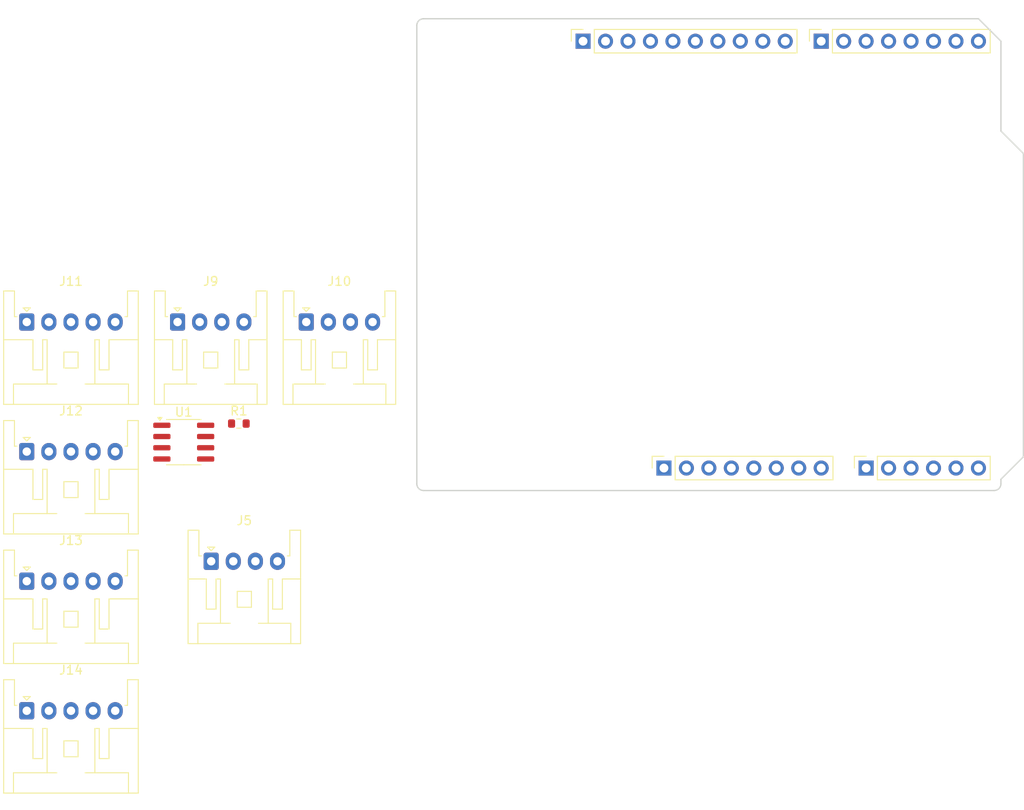
<source format=kicad_pcb>
(kicad_pcb (version 20240108) (generator "pcbnew") (generator_version "8.0")
  (title_block (date "mar. 31 mars 2015"))
  (layers (0 "F.Cu" signal) (31 "B.Cu" signal) (34 "B.Paste" user) (35 "F.Paste" user) (36 "B.SilkS" user "B.Silkscreen") (37 "F.SilkS" user "F.Silkscreen") (38 "B.Mask" user) (39 "F.Mask" user) (44 "Edge.Cuts" user))
  (net 0 "")
  (net 1 "GND")
  (net 3 "+5V")
  (net 4 "/IOREF")
  (net 5 "/A0")
  (net 6 "/A1")
  (net 7 "/A2")
  (net 8 "/A3")
  (net 9 "/SDA{slash}A4")
  (net 10 "/SCL{slash}A5")
  (net 11 "/13")
  (net 12 "/12")
  (net 13 "/AREF")
  (net 14 "/8")
  (net 15 "/7")
  (net 16 "/*11")
  (net 17 "/*10")
  (net 18 "/*9")
  (net 19 "/4")
  (net 20 "/2")
  (net 21 "/*6")
  (net 22 "/*5")
  (net 23 "/TX{slash}1")
  (net 24 "/*3")
  (net 25 "/RX{slash}0")
  (net 26 "+3V3")
  (net 27 "VCC")
  (net 28 "/~{RESET}")
  (net 29 "/CANL")
  (net 30 "/CANH")
  (net 31 "/UART_TX")
  (net 32 "/UART_RX")
  (net 38 "/5")
  (net 39 "/6")
  (net 40 "/10")
  (net 41 "/11")
  (net 42 "/9")
  (net 43 "Net-(U1-Rs)")
  (net 45 "/CAN_RX")
  (net 46 "/CAN_TX")
  (footprint "Connector_PinSocket_2.54mm:PinSocket_1x08_P2.54mm_Vertical" (layer "F.Cu") (at 127.94 97.46 90)
    (property "Reference" "J1" (hide yes))
    (property "Value" "Power")
    (fp_line (start 1.33 -1.33) (end 1.33 0) (stroke (width 0.12)) (layer "F.SilkS"))
    (fp_line (start 0 -1.33) (end 1.33 -1.33) (stroke (width 0.12)) (layer "F.SilkS"))
    (fp_line (start 1.33 1.27) (end 1.33 19.11) (stroke (width 0.12)) (layer "F.SilkS"))
    (fp_line (start -1.33 1.27) (end 1.33 1.27) (stroke (width 0.12)) (layer "F.SilkS"))
    (fp_line (start -1.33 1.27) (end -1.33 19.11) (stroke (width 0.12)) (layer "F.SilkS"))
    (fp_line (start -1.33 19.11) (end 1.33 19.11) (stroke (width 0.12)) (layer "F.SilkS"))
    (pad "1" thru_hole rect (at 0 0 90) (size 1.7 1.7) (drill 1) (layers "*.Cu" "*.Mask"))
    (pad "2" thru_hole oval (at 0 2.54 90) (size 1.7 1.7) (drill 1) (layers "*.Cu" "*.Mask") (net 4 "/IOREF"))
    (pad "3" thru_hole oval (at 0 5.08 90) (size 1.7 1.7) (drill 1) (layers "*.Cu" "*.Mask") (net 28 "/~{RESET}"))
    (pad "4" thru_hole oval (at 0 7.62 90) (size 1.7 1.7) (drill 1) (layers "*.Cu" "*.Mask") (net 26 "+3V3"))
    (pad "5" thru_hole oval (at 0 10.16 90) (size 1.7 1.7) (drill 1) (layers "*.Cu" "*.Mask") (net 3 "+5V"))
    (pad "6" thru_hole oval (at 0 12.7 90) (size 1.7 1.7) (drill 1) (layers "*.Cu" "*.Mask") (net 1 "GND"))
    (pad "7" thru_hole oval (at 0 15.24 90) (size 1.7 1.7) (drill 1) (layers "*.Cu" "*.Mask") (net 1 "GND"))
    (pad "8" thru_hole oval (at 0 17.78 90) (size 1.7 1.7) (drill 1) (layers "*.Cu" "*.Mask") (net 27 "VCC"))
  )
  (footprint "Connector_PinSocket_2.54mm:PinSocket_1x06_P2.54mm_Vertical" (layer "F.Cu") (at 150.8 97.46 90)
    (property "Reference" "J3" (hide yes))
    (property "Value" "Analog")
    (fp_line (start 1.33 -1.33) (end 1.33 0) (stroke (width 0.12)) (layer "F.SilkS"))
    (fp_line (start 0 -1.33) (end 1.33 -1.33) (stroke (width 0.12)) (layer "F.SilkS"))
    (fp_line (start 1.33 1.27) (end 1.33 14.03) (stroke (width 0.12)) (layer "F.SilkS"))
    (fp_line (start -1.33 1.27) (end 1.33 1.27) (stroke (width 0.12)) (layer "F.SilkS"))
    (fp_line (start -1.33 1.27) (end -1.33 14.03) (stroke (width 0.12)) (layer "F.SilkS"))
    (fp_line (start -1.33 14.03) (end 1.33 14.03) (stroke (width 0.12)) (layer "F.SilkS"))
    (pad "1" thru_hole rect (at 0 0 90) (size 1.7 1.7) (drill 1) (layers "*.Cu" "*.Mask") (net 5 "/A0"))
    (pad "2" thru_hole oval (at 0 2.54 90) (size 1.7 1.7) (drill 1) (layers "*.Cu" "*.Mask") (net 6 "/A1"))
    (pad "3" thru_hole oval (at 0 5.08 90) (size 1.7 1.7) (drill 1) (layers "*.Cu" "*.Mask") (net 7 "/A2"))
    (pad "4" thru_hole oval (at 0 7.62 90) (size 1.7 1.7) (drill 1) (layers "*.Cu" "*.Mask") (net 8 "/A3"))
    (pad "5" thru_hole oval (at 0 10.16 90) (size 1.7 1.7) (drill 1) (layers "*.Cu" "*.Mask") (net 9 "/SDA{slash}A4"))
    (pad "6" thru_hole oval (at 0 12.7 90) (size 1.7 1.7) (drill 1) (layers "*.Cu" "*.Mask") (net 10 "/SCL{slash}A5"))
  )
  (footprint "Connector_PinSocket_2.54mm:PinSocket_1x10_P2.54mm_Vertical" (layer "F.Cu") (at 118.796 49.2 90)
    (property "Reference" "J2" (hide yes))
    (property "Value" "Digital/PWM")
    (fp_line (start 1.33 -1.33) (end 1.33 0) (stroke (width 0.12)) (layer "F.SilkS"))
    (fp_line (start 0 -1.33) (end 1.33 -1.33) (stroke (width 0.12)) (layer "F.SilkS"))
    (fp_line (start 1.33 1.27) (end 1.33 24.19) (stroke (width 0.12)) (layer "F.SilkS"))
    (fp_line (start -1.33 1.27) (end 1.33 1.27) (stroke (width 0.12)) (layer "F.SilkS"))
    (fp_line (start -1.33 1.27) (end -1.33 24.19) (stroke (width 0.12)) (layer "F.SilkS"))
    (fp_line (start -1.33 24.19) (end 1.33 24.19) (stroke (width 0.12)) (layer "F.SilkS"))
    (pad "1" thru_hole rect (at 0 0 90) (size 1.7 1.7) (drill 1) (layers "*.Cu" "*.Mask") (net 10 "/SCL{slash}A5"))
    (pad "2" thru_hole oval (at 0 2.54 90) (size 1.7 1.7) (drill 1) (layers "*.Cu" "*.Mask") (net 9 "/SDA{slash}A4"))
    (pad "3" thru_hole oval (at 0 5.08 90) (size 1.7 1.7) (drill 1) (layers "*.Cu" "*.Mask") (net 13 "/AREF"))
    (pad "4" thru_hole oval (at 0 7.62 90) (size 1.7 1.7) (drill 1) (layers "*.Cu" "*.Mask") (net 1 "GND"))
    (pad "5" thru_hole oval (at 0 10.16 90) (size 1.7 1.7) (drill 1) (layers "*.Cu" "*.Mask") (net 11 "/13"))
    (pad "6" thru_hole oval (at 0 12.7 90) (size 1.7 1.7) (drill 1) (layers "*.Cu" "*.Mask") (net 12 "/12"))
    (pad "7" thru_hole oval (at 0 15.24 90) (size 1.7 1.7) (drill 1) (layers "*.Cu" "*.Mask") (net 16 "/*11"))
    (pad "8" thru_hole oval (at 0 17.78 90) (size 1.7 1.7) (drill 1) (layers "*.Cu" "*.Mask") (net 17 "/*10"))
    (pad "9" thru_hole oval (at 0 20.32 90) (size 1.7 1.7) (drill 1) (layers "*.Cu" "*.Mask") (net 18 "/*9"))
    (pad "10" thru_hole oval (at 0 22.86 90) (size 1.7 1.7) (drill 1) (layers "*.Cu" "*.Mask") (net 14 "/8"))
  )
  (footprint "Connector_PinSocket_2.54mm:PinSocket_1x08_P2.54mm_Vertical" (layer "F.Cu") (at 145.72 49.2 90)
    (property "Reference" "J4" (hide yes))
    (property "Value" "Digital/PWM")
    (fp_line (start 1.33 -1.33) (end 1.33 0) (stroke (width 0.12)) (layer "F.SilkS"))
    (fp_line (start 0 -1.33) (end 1.33 -1.33) (stroke (width 0.12)) (layer "F.SilkS"))
    (fp_line (start 1.33 1.27) (end 1.33 19.11) (stroke (width 0.12)) (layer "F.SilkS"))
    (fp_line (start -1.33 1.27) (end 1.33 1.27) (stroke (width 0.12)) (layer "F.SilkS"))
    (fp_line (start -1.33 1.27) (end -1.33 19.11) (stroke (width 0.12)) (layer "F.SilkS"))
    (fp_line (start -1.33 19.11) (end 1.33 19.11) (stroke (width 0.12)) (layer "F.SilkS"))
    (pad "1" thru_hole rect (at 0 0 90) (size 1.7 1.7) (drill 1) (layers "*.Cu" "*.Mask") (net 15 "/7"))
    (pad "2" thru_hole oval (at 0 2.54 90) (size 1.7 1.7) (drill 1) (layers "*.Cu" "*.Mask") (net 21 "/*6"))
    (pad "3" thru_hole oval (at 0 5.08 90) (size 1.7 1.7) (drill 1) (layers "*.Cu" "*.Mask") (net 22 "/*5"))
    (pad "4" thru_hole oval (at 0 7.62 90) (size 1.7 1.7) (drill 1) (layers "*.Cu" "*.Mask") (net 19 "/4"))
    (pad "5" thru_hole oval (at 0 10.16 90) (size 1.7 1.7) (drill 1) (layers "*.Cu" "*.Mask") (net 24 "/*3"))
    (pad "6" thru_hole oval (at 0 12.7 90) (size 1.7 1.7) (drill 1) (layers "*.Cu" "*.Mask") (net 20 "/2"))
    (pad "7" thru_hole oval (at 0 15.24 90) (size 1.7 1.7) (drill 1) (layers "*.Cu" "*.Mask") (net 23 "/TX{slash}1"))
    (pad "8" thru_hole oval (at 0 17.78 90) (size 1.7 1.7) (drill 1) (layers "*.Cu" "*.Mask") (net 25 "/RX{slash}0"))
  )
  (footprint "Connector_JST:JST_XA_S05B-XASK-1_1x05_P2.50mm_Horizontal" (layer "F.Cu") (at 55.9 80.95)
    (property "Reference" "J11" (at 5 -4.6 0) (layer "F.SilkS"))
    (property "Value" "Conn_01x05_Socket")
    (fp_line (start -2.61 -3.51) (end -2.61 9.31) (stroke (width 0.12)) (layer "F.SilkS"))
    (fp_line (start -2.61 9.31) (end 12.61 9.31) (stroke (width 0.12)) (layer "F.SilkS"))
    (fp_line (start -1.5 7.01) (end 3.4 7.01) (stroke (width 0.12)) (layer "F.SilkS"))
    (fp_line (start -1.5 9.31) (end -1.5 7.01) (stroke (width 0.12)) (layer "F.SilkS"))
    (fp_line (start -1.39 -3.51) (end -2.61 -3.51) (stroke (width 0.12)) (layer "F.SilkS"))
    (fp_line (start -1.39 -0.61) (end -1.39 -3.51) (stroke (width 0.12)) (layer "F.SilkS"))
    (fp_line (start -1.11 -0.61) (end -1.39 -0.61) (stroke (width 0.12)) (layer "F.SilkS"))
    (fp_line (start -0.4 -1.6) (end 0.4 -1.6) (stroke (width 0.12)) (layer "F.SilkS"))
    (fp_line (start 0 -1.2) (end -0.4 -1.6) (stroke (width 0.12)) (layer "F.SilkS"))
    (fp_line (start 0.4 -1.6) (end 0 -1.2) (stroke (width 0.12)) (layer "F.SilkS"))
    (fp_line (start 0.7 2) (end -2.61 2) (stroke (width 0.12)) (layer "F.SilkS"))
    (fp_line (start 0.7 5.41) (end 0.7 2) (stroke (width 0.12)) (layer "F.SilkS"))
    (fp_line (start 1.8 2) (end 1.8 5.41) (stroke (width 0.12)) (layer "F.SilkS"))
    (fp_line (start 1.8 5.41) (end 0.7 5.41) (stroke (width 0.12)) (layer "F.SilkS"))
    (fp_line (start 2.3 2) (end 1.8 2) (stroke (width 0.12)) (layer "F.SilkS"))
    (fp_line (start 2.3 7.01) (end 2.3 2) (stroke (width 0.12)) (layer "F.SilkS"))
    (fp_line (start 4.2 3.4) (end 5.8 3.4) (stroke (width 0.12)) (layer "F.SilkS"))
    (fp_line (start 4.2 5.2) (end 4.2 3.4) (stroke (width 0.12)) (layer "F.SilkS"))
    (fp_line (start 5.8 3.4) (end 5.8 5.2) (stroke (width 0.12)) (layer "F.SilkS"))
    (fp_line (start 5.8 5.2) (end 4.2 5.2) (stroke (width 0.12)) (layer "F.SilkS"))
    (fp_line (start 6.6 7.01) (end 11.5 7.01) (stroke (width 0.12)) (layer "F.SilkS"))
    (fp_line (start 7.7 2) (end 8.2 2) (stroke (width 0.12)) (layer "F.SilkS"))
    (fp_line (start 7.7 7.01) (end 7.7 2) (stroke (width 0.12)) (layer "F.SilkS"))
    (fp_line (start 8.2 2) (end 8.2 5.41) (stroke (width 0.12)) (layer "F.SilkS"))
    (fp_line (start 8.2 5.41) (end 9.3 5.41) (stroke (width 0.12)) (layer "F.SilkS"))
    (fp_line (start 9.3 2) (end 12.61 2) (stroke (width 0.12)) (layer "F.SilkS"))
    (fp_line (start 9.3 5.41) (end 9.3 2) (stroke (width 0.12)) (layer "F.SilkS"))
    (fp_line (start 11.39 -3.51) (end 11.39 -0.61) (stroke (width 0.12)) (layer "F.SilkS"))
    (fp_line (start 11.39 -0.61) (end 11.11 -0.61) (stroke (width 0.12)) (layer "F.SilkS"))
    (fp_line (start 11.5 7.01) (end 11.5 9.31) (stroke (width 0.12)) (layer "F.SilkS"))
    (fp_line (start 12.61 -3.51) (end 11.39 -3.51) (stroke (width 0.12)) (layer "F.SilkS"))
    (fp_line (start 12.61 9.31) (end 12.61 -3.51) (stroke (width 0.12)) (layer "F.SilkS"))
    (pad "" np_thru_hole oval (at 5 6.5) (size 2.8 2) (drill oval 2.8 2) (layers "*.Cu" "*.Mask"))
    (pad "1" thru_hole roundrect (at 0 0) (size 1.7 1.95) (drill 0.95) (layers "*.Cu" "*.Mask") (roundrect_rratio 0.147059))
    (pad "2" thru_hole oval (at 2.5 0) (size 1.7 1.95) (drill 0.95) (layers "*.Cu" "*.Mask"))
    (pad "3" thru_hole oval (at 5 0) (size 1.7 1.95) (drill 0.95) (layers "*.Cu" "*.Mask"))
    (pad "4" thru_hole oval (at 7.5 0) (size 1.7 1.95) (drill 0.95) (layers "*.Cu" "*.Mask"))
    (pad "5" thru_hole oval (at 10 0) (size 1.7 1.95) (drill 0.95) (layers "*.Cu" "*.Mask"))
  )
  (footprint "Connector_JST:JST_XA_S05B-XASK-1_1x05_P2.50mm_Horizontal" (layer "F.Cu") (at 55.9 95.6)
    (property "Reference" "J12" (at 5 -4.6 0) (layer "F.SilkS"))
    (property "Value" "Conn_01x05_Socket")
    (fp_line (start -2.61 -3.51) (end -2.61 9.31) (stroke (width 0.12)) (layer "F.SilkS"))
    (fp_line (start -2.61 9.31) (end 12.61 9.31) (stroke (width 0.12)) (layer "F.SilkS"))
    (fp_line (start -1.5 7.01) (end 3.4 7.01) (stroke (width 0.12)) (layer "F.SilkS"))
    (fp_line (start -1.5 9.31) (end -1.5 7.01) (stroke (width 0.12)) (layer "F.SilkS"))
    (fp_line (start -1.39 -3.51) (end -2.61 -3.51) (stroke (width 0.12)) (layer "F.SilkS"))
    (fp_line (start -1.39 -0.61) (end -1.39 -3.51) (stroke (width 0.12)) (layer "F.SilkS"))
    (fp_line (start -1.11 -0.61) (end -1.39 -0.61) (stroke (width 0.12)) (layer "F.SilkS"))
    (fp_line (start -0.4 -1.6) (end 0.4 -1.6) (stroke (width 0.12)) (layer "F.SilkS"))
    (fp_line (start 0 -1.2) (end -0.4 -1.6) (stroke (width 0.12)) (layer "F.SilkS"))
    (fp_line (start 0.4 -1.6) (end 0 -1.2) (stroke (width 0.12)) (layer "F.SilkS"))
    (fp_line (start 0.7 2) (end -2.61 2) (stroke (width 0.12)) (layer "F.SilkS"))
    (fp_line (start 0.7 5.41) (end 0.7 2) (stroke (width 0.12)) (layer "F.SilkS"))
    (fp_line (start 1.8 2) (end 1.8 5.41) (stroke (width 0.12)) (layer "F.SilkS"))
    (fp_line (start 1.8 5.41) (end 0.7 5.41) (stroke (width 0.12)) (layer "F.SilkS"))
    (fp_line (start 2.3 2) (end 1.8 2) (stroke (width 0.12)) (layer "F.SilkS"))
    (fp_line (start 2.3 7.01) (end 2.3 2) (stroke (width 0.12)) (layer "F.SilkS"))
    (fp_line (start 4.2 3.4) (end 5.8 3.4) (stroke (width 0.12)) (layer "F.SilkS"))
    (fp_line (start 4.2 5.2) (end 4.2 3.4) (stroke (width 0.12)) (layer "F.SilkS"))
    (fp_line (start 5.8 3.4) (end 5.8 5.2) (stroke (width 0.12)) (layer "F.SilkS"))
    (fp_line (start 5.8 5.2) (end 4.2 5.2) (stroke (width 0.12)) (layer "F.SilkS"))
    (fp_line (start 6.6 7.01) (end 11.5 7.01) (stroke (width 0.12)) (layer "F.SilkS"))
    (fp_line (start 7.7 2) (end 8.2 2) (stroke (width 0.12)) (layer "F.SilkS"))
    (fp_line (start 7.7 7.01) (end 7.7 2) (stroke (width 0.12)) (layer "F.SilkS"))
    (fp_line (start 8.2 2) (end 8.2 5.41) (stroke (width 0.12)) (layer "F.SilkS"))
    (fp_line (start 8.2 5.41) (end 9.3 5.41) (stroke (width 0.12)) (layer "F.SilkS"))
    (fp_line (start 9.3 2) (end 12.61 2) (stroke (width 0.12)) (layer "F.SilkS"))
    (fp_line (start 9.3 5.41) (end 9.3 2) (stroke (width 0.12)) (layer "F.SilkS"))
    (fp_line (start 11.39 -3.51) (end 11.39 -0.61) (stroke (width 0.12)) (layer "F.SilkS"))
    (fp_line (start 11.39 -0.61) (end 11.11 -0.61) (stroke (width 0.12)) (layer "F.SilkS"))
    (fp_line (start 11.5 7.01) (end 11.5 9.31) (stroke (width 0.12)) (layer "F.SilkS"))
    (fp_line (start 12.61 -3.51) (end 11.39 -3.51) (stroke (width 0.12)) (layer "F.SilkS"))
    (fp_line (start 12.61 9.31) (end 12.61 -3.51) (stroke (width 0.12)) (layer "F.SilkS"))
    (pad "" np_thru_hole oval (at 5 6.5) (size 2.8 2) (drill oval 2.8 2) (layers "*.Cu" "*.Mask"))
    (pad "1" thru_hole roundrect (at 0 0) (size 1.7 1.95) (drill 0.95) (layers "*.Cu" "*.Mask") (roundrect_rratio 0.147059) (net 5 "/A0"))
    (pad "2" thru_hole oval (at 2.5 0) (size 1.7 1.95) (drill 0.95) (layers "*.Cu" "*.Mask") (net 6 "/A1"))
    (pad "3" thru_hole oval (at 5 0) (size 1.7 1.95) (drill 0.95) (layers "*.Cu" "*.Mask") (net 7 "/A2"))
    (pad "4" thru_hole oval (at 7.5 0) (size 1.7 1.95) (drill 0.95) (layers "*.Cu" "*.Mask") (net 8 "/A3"))
    (pad "5" thru_hole oval (at 10 0) (size 1.7 1.95) (drill 0.95) (layers "*.Cu" "*.Mask") (net 1 "GND"))
  )
  (footprint "Resistor_SMD:R_0603_1608Metric" (layer "F.Cu") (at 79.88 92.43)
    (property "Reference" "R1" (at 0 -1.43 0) (layer "F.SilkS"))
    (property "Value" "10k")
    (fp_line (start -0.237258 -0.5225) (end 0.237258 -0.5225) (stroke (width 0.12)) (layer "F.SilkS"))
    (fp_line (start -0.237258 0.5225) (end 0.237258 0.5225) (stroke (width 0.12)) (layer "F.SilkS"))
    (pad "1" smd roundrect (at -0.825 0) (size 0.8 0.95) (layers "F.Cu" "F.Paste" "F.Mask") (net 43 "Net-(U1-Rs)"))
    (pad "2" smd roundrect (at 0.825 0) (size 0.8 0.95) (layers "F.Cu" "F.Paste" "F.Mask") (net 1 "GND"))
  )
  (footprint "Connector_JST:JST_XA_S04B-XASK-1_1x04_P2.50mm_Horizontal" (layer "F.Cu") (at 72.95 80.95)
    (property "Reference" "J9" (at 3.75 -4.6 0) (layer "F.SilkS"))
    (property "Value" "Conn_01x04_Socket")
    (fp_line (start -2.61 -3.51) (end -2.61 9.31) (stroke (width 0.12)) (layer "F.SilkS"))
    (fp_line (start -2.61 9.31) (end 10.11 9.31) (stroke (width 0.12)) (layer "F.SilkS"))
    (fp_line (start -1.5 7.01) (end 2.15 7.01) (stroke (width 0.12)) (layer "F.SilkS"))
    (fp_line (start -1.5 9.31) (end -1.5 7.01) (stroke (width 0.12)) (layer "F.SilkS"))
    (fp_line (start -1.39 -3.51) (end -2.61 -3.51) (stroke (width 0.12)) (layer "F.SilkS"))
    (fp_line (start -1.39 -0.61) (end -1.39 -3.51) (stroke (width 0.12)) (layer "F.SilkS"))
    (fp_line (start -1.11 -0.61) (end -1.39 -0.61) (stroke (width 0.12)) (layer "F.SilkS"))
    (fp_line (start -0.55 2) (end -2.61 2) (stroke (width 0.12)) (layer "F.SilkS"))
    (fp_line (start -0.55 5.41) (end -0.55 2) (stroke (width 0.12)) (layer "F.SilkS"))
    (fp_line (start -0.4 -1.6) (end 0.4 -1.6) (stroke (width 0.12)) (layer "F.SilkS"))
    (fp_line (start 0 -1.2) (end -0.4 -1.6) (stroke (width 0.12)) (layer "F.SilkS"))
    (fp_line (start 0.4 -1.6) (end 0 -1.2) (stroke (width 0.12)) (layer "F.SilkS"))
    (fp_line (start 0.55 2) (end 0.55 5.41) (stroke (width 0.12)) (layer "F.SilkS"))
    (fp_line (start 0.55 5.41) (end -0.55 5.41) (stroke (width 0.12)) (layer "F.SilkS"))
    (fp_line (start 1.05 2) (end 0.55 2) (stroke (width 0.12)) (layer "F.SilkS"))
    (fp_line (start 1.05 7.01) (end 1.05 2) (stroke (width 0.12)) (layer "F.SilkS"))
    (fp_line (start 2.95 3.4) (end 4.55 3.4) (stroke (width 0.12)) (layer "F.SilkS"))
    (fp_line (start 2.95 5.2) (end 2.95 3.4) (stroke (width 0.12)) (layer "F.SilkS"))
    (fp_line (start 4.55 3.4) (end 4.55 5.2) (stroke (width 0.12)) (layer "F.SilkS"))
    (fp_line (start 4.55 5.2) (end 2.95 5.2) (stroke (width 0.12)) (layer "F.SilkS"))
    (fp_line (start 5.35 7.01) (end 9 7.01) (stroke (width 0.12)) (layer "F.SilkS"))
    (fp_line (start 6.45 2) (end 6.95 2) (stroke (width 0.12)) (layer "F.SilkS"))
    (fp_line (start 6.45 7.01) (end 6.45 2) (stroke (width 0.12)) (layer "F.SilkS"))
    (fp_line (start 6.95 2) (end 6.95 5.41) (stroke (width 0.12)) (layer "F.SilkS"))
    (fp_line (start 6.95 5.41) (end 8.05 5.41) (stroke (width 0.12)) (layer "F.SilkS"))
    (fp_line (start 8.05 2) (end 10.11 2) (stroke (width 0.12)) (layer "F.SilkS"))
    (fp_line (start 8.05 5.41) (end 8.05 2) (stroke (width 0.12)) (layer "F.SilkS"))
    (fp_line (start 8.89 -3.51) (end 8.89 -0.61) (stroke (width 0.12)) (layer "F.SilkS"))
    (fp_line (start 8.89 -0.61) (end 8.61 -0.61) (stroke (width 0.12)) (layer "F.SilkS"))
    (fp_line (start 9 7.01) (end 9 9.31) (stroke (width 0.12)) (layer "F.SilkS"))
    (fp_line (start 10.11 -3.51) (end 8.89 -3.51) (stroke (width 0.12)) (layer "F.SilkS"))
    (fp_line (start 10.11 9.31) (end 10.11 -3.51) (stroke (width 0.12)) (layer "F.SilkS"))
    (pad "" np_thru_hole oval (at 3.75 6.5) (size 2.8 2) (drill oval 2.8 2) (layers "*.Cu" "*.Mask"))
    (pad "1" thru_hole roundrect (at 0 0) (size 1.7 1.95) (drill 0.95) (layers "*.Cu" "*.Mask") (roundrect_rratio 0.147059) (net 3 "+5V"))
    (pad "2" thru_hole oval (at 2.5 0) (size 1.7 1.95) (drill 0.95) (layers "*.Cu" "*.Mask") (net 30 "/CANH"))
    (pad "3" thru_hole oval (at 5 0) (size 1.7 1.95) (drill 0.95) (layers "*.Cu" "*.Mask") (net 29 "/CANL"))
    (pad "4" thru_hole oval (at 7.5 0) (size 1.7 1.95) (drill 0.95) (layers "*.Cu" "*.Mask") (net 1 "GND"))
  )
  (footprint "Package_SO:SOIC-8_3.9x4.9mm_P1.27mm" (layer "F.Cu") (at 73.65 94.53)
    (property "Reference" "U1" (at 0 -3.4 0) (layer "F.SilkS"))
    (property "Value" "MCP2551-I-SN")
    (fp_line (start 0 -2.56) (end -1.95 -2.56) (stroke (width 0.12)) (layer "F.SilkS"))
    (fp_line (start 0 -2.56) (end 1.95 -2.56) (stroke (width 0.12)) (layer "F.SilkS"))
    (fp_line (start 0 2.56) (end -1.95 2.56) (stroke (width 0.12)) (layer "F.SilkS"))
    (fp_line (start 0 2.56) (end 1.95 2.56) (stroke (width 0.12)) (layer "F.SilkS"))
    (fp_poly (pts (xy -2.7 -2.465) (xy -2.94 -2.795) (xy -2.46 -2.795) (xy -2.7 -2.465)) (stroke (width 0.12)) (fill solid) (layer "F.SilkS"))
    (pad "1" smd roundrect (at -2.475 -1.905) (size 1.95 0.6) (layers "F.Cu" "F.Paste" "F.Mask") (net 46 "/CAN_TX"))
    (pad "2" smd roundrect (at -2.475 -0.635) (size 1.95 0.6) (layers "F.Cu" "F.Paste" "F.Mask") (net 1 "GND"))
    (pad "3" smd roundrect (at -2.475 0.635) (size 1.95 0.6) (layers "F.Cu" "F.Paste" "F.Mask") (net 3 "+5V"))
    (pad "4" smd roundrect (at -2.475 1.905) (size 1.95 0.6) (layers "F.Cu" "F.Paste" "F.Mask") (net 45 "/CAN_RX"))
    (pad "5" smd roundrect (at 2.475 1.905) (size 1.95 0.6) (layers "F.Cu" "F.Paste" "F.Mask"))
    (pad "6" smd roundrect (at 2.475 0.635) (size 1.95 0.6) (layers "F.Cu" "F.Paste" "F.Mask") (net 29 "/CANL"))
    (pad "7" smd roundrect (at 2.475 -0.635) (size 1.95 0.6) (layers "F.Cu" "F.Paste" "F.Mask") (net 30 "/CANH"))
    (pad "8" smd roundrect (at 2.475 -1.905) (size 1.95 0.6) (layers "F.Cu" "F.Paste" "F.Mask") (net 43 "Net-(U1-Rs)"))
  )
  (footprint "Arduino_MountingHole:MountingHole_3.2mm" (layer "F.Cu") (at 115.24 49.2)
    (property "Reference" "MH1" (hide yes))
    (property "Value" "MountingHole_3.2mm" (hide yes))
    (pad "" np_thru_hole circle (at 0 0) (size 3.2 3.2) (drill 3.2) (layers "*.Cu" "*.Mask"))
  )
  (footprint "Connector_JST:JST_XA_S05B-XASK-1_1x05_P2.50mm_Horizontal" (layer "F.Cu") (at 55.9 110.25)
    (property "Reference" "J13" (at 5 -4.6 0) (layer "F.SilkS"))
    (property "Value" "Conn_01x05_Socket")
    (fp_line (start -2.61 -3.51) (end -2.61 9.31) (stroke (width 0.12)) (layer "F.SilkS"))
    (fp_line (start -2.61 9.31) (end 12.61 9.31) (stroke (width 0.12)) (layer "F.SilkS"))
    (fp_line (start -1.5 7.01) (end 3.4 7.01) (stroke (width 0.12)) (layer "F.SilkS"))
    (fp_line (start -1.5 9.31) (end -1.5 7.01) (stroke (width 0.12)) (layer "F.SilkS"))
    (fp_line (start -1.39 -3.51) (end -2.61 -3.51) (stroke (width 0.12)) (layer "F.SilkS"))
    (fp_line (start -1.39 -0.61) (end -1.39 -3.51) (stroke (width 0.12)) (layer "F.SilkS"))
    (fp_line (start -1.11 -0.61) (end -1.39 -0.61) (stroke (width 0.12)) (layer "F.SilkS"))
    (fp_line (start -0.4 -1.6) (end 0.4 -1.6) (stroke (width 0.12)) (layer "F.SilkS"))
    (fp_line (start 0 -1.2) (end -0.4 -1.6) (stroke (width 0.12)) (layer "F.SilkS"))
    (fp_line (start 0.4 -1.6) (end 0 -1.2) (stroke (width 0.12)) (layer "F.SilkS"))
    (fp_line (start 0.7 2) (end -2.61 2) (stroke (width 0.12)) (layer "F.SilkS"))
    (fp_line (start 0.7 5.41) (end 0.7 2) (stroke (width 0.12)) (layer "F.SilkS"))
    (fp_line (start 1.8 2) (end 1.8 5.41) (stroke (width 0.12)) (layer "F.SilkS"))
    (fp_line (start 1.8 5.41) (end 0.7 5.41) (stroke (width 0.12)) (layer "F.SilkS"))
    (fp_line (start 2.3 2) (end 1.8 2) (stroke (width 0.12)) (layer "F.SilkS"))
    (fp_line (start 2.3 7.01) (end 2.3 2) (stroke (width 0.12)) (layer "F.SilkS"))
    (fp_line (start 4.2 3.4) (end 5.8 3.4) (stroke (width 0.12)) (layer "F.SilkS"))
    (fp_line (start 4.2 5.2) (end 4.2 3.4) (stroke (width 0.12)) (layer "F.SilkS"))
    (fp_line (start 5.8 3.4) (end 5.8 5.2) (stroke (width 0.12)) (layer "F.SilkS"))
    (fp_line (start 5.8 5.2) (end 4.2 5.2) (stroke (width 0.12)) (layer "F.SilkS"))
    (fp_line (start 6.6 7.01) (end 11.5 7.01) (stroke (width 0.12)) (layer "F.SilkS"))
    (fp_line (start 7.7 2) (end 8.2 2) (stroke (width 0.12)) (layer "F.SilkS"))
    (fp_line (start 7.7 7.01) (end 7.7 2) (stroke (width 0.12)) (layer "F.SilkS"))
    (fp_line (start 8.2 2) (end 8.2 5.41) (stroke (width 0.12)) (layer "F.SilkS"))
    (fp_line (start 8.2 5.41) (end 9.3 5.41) (stroke (width 0.12)) (layer "F.SilkS"))
    (fp_line (start 9.3 2) (end 12.61 2) (stroke (width 0.12)) (layer "F.SilkS"))
    (fp_line (start 9.3 5.41) (end 9.3 2) (stroke (width 0.12)) (layer "F.SilkS"))
    (fp_line (start 11.39 -3.51) (end 11.39 -0.61) (stroke (width 0.12)) (layer "F.SilkS"))
    (fp_line (start 11.39 -0.61) (end 11.11 -0.61) (stroke (width 0.12)) (layer "F.SilkS"))
    (fp_line (start 11.5 7.01) (end 11.5 9.31) (stroke (width 0.12)) (layer "F.SilkS"))
    (fp_line (start 12.61 -3.51) (end 11.39 -3.51) (stroke (width 0.12)) (layer "F.SilkS"))
    (fp_line (start 12.61 9.31) (end 12.61 -3.51) (stroke (width 0.12)) (layer "F.SilkS"))
    (pad "" np_thru_hole oval (at 5 6.5) (size 2.8 2) (drill oval 2.8 2) (layers "*.Cu" "*.Mask"))
    (pad "1" thru_hole roundrect (at 0 0) (size 1.7 1.95) (drill 0.95) (layers "*.Cu" "*.Mask") (roundrect_rratio 0.147059) (net 20 "/2"))
    (pad "2" thru_hole oval (at 2.5 0) (size 1.7 1.95) (drill 0.95) (layers "*.Cu" "*.Mask") (net 38 "/5"))
    (pad "3" thru_hole oval (at 5 0) (size 1.7 1.95) (drill 0.95) (layers "*.Cu" "*.Mask") (net 39 "/6"))
    (pad "4" thru_hole oval (at 7.5 0) (size 1.7 1.95) (drill 0.95) (layers "*.Cu" "*.Mask") (net 15 "/7"))
    (pad "5" thru_hole oval (at 10 0) (size 1.7 1.95) (drill 0.95) (layers "*.Cu" "*.Mask") (net 1 "GND"))
  )
  (footprint "Arduino_MountingHole:MountingHole_3.2mm" (layer "F.Cu") (at 113.97 97.46)
    (property "Reference" "MH2" (hide yes))
    (property "Value" "MountingHole_3.2mm" (hide yes))
    (pad "" np_thru_hole circle (at 0 0) (size 3.2 3.2) (drill 3.2) (layers "*.Cu" "*.Mask"))
  )
  (footprint "Arduino_MountingHole:MountingHole_3.2mm" (layer "F.Cu") (at 166.04 64.44)
    (property "Reference" "MH3" (hide yes))
    (property "Value" "MountingHole_3.2mm" (hide yes))
    (pad "" np_thru_hole circle (at 0 0) (size 3.2 3.2) (drill 3.2) (layers "*.Cu" "*.Mask"))
  )
  (footprint "Arduino_MountingHole:MountingHole_3.2mm" (layer "F.Cu") (at 166.04 92.38)
    (property "Reference" "MH4" (hide yes))
    (property "Value" "MountingHole_3.2mm" (hide yes))
    (pad "" np_thru_hole circle (at 0 0) (size 3.2 3.2) (drill 3.2) (layers "*.Cu" "*.Mask"))
  )
  (footprint "Connector_JST:JST_XA_S05B-XASK-1_1x05_P2.50mm_Horizontal" (layer "F.Cu") (at 55.9 124.9)
    (property "Reference" "J14" (at 5 -4.6 0) (layer "F.SilkS"))
    (property "Value" "Conn_01x05_Socket")
    (fp_line (start -2.61 -3.51) (end -2.61 9.31) (stroke (width 0.12)) (layer "F.SilkS"))
    (fp_line (start -2.61 9.31) (end 12.61 9.31) (stroke (width 0.12)) (layer "F.SilkS"))
    (fp_line (start -1.5 7.01) (end 3.4 7.01) (stroke (width 0.12)) (layer "F.SilkS"))
    (fp_line (start -1.5 9.31) (end -1.5 7.01) (stroke (width 0.12)) (layer "F.SilkS"))
    (fp_line (start -1.39 -3.51) (end -2.61 -3.51) (stroke (width 0.12)) (layer "F.SilkS"))
    (fp_line (start -1.39 -0.61) (end -1.39 -3.51) (stroke (width 0.12)) (layer "F.SilkS"))
    (fp_line (start -1.11 -0.61) (end -1.39 -0.61) (stroke (width 0.12)) (layer "F.SilkS"))
    (fp_line (start -0.4 -1.6) (end 0.4 -1.6) (stroke (width 0.12)) (layer "F.SilkS"))
    (fp_line (start 0 -1.2) (end -0.4 -1.6) (stroke (width 0.12)) (layer "F.SilkS"))
    (fp_line (start 0.4 -1.6) (end 0 -1.2) (stroke (width 0.12)) (layer "F.SilkS"))
    (fp_line (start 0.7 2) (end -2.61 2) (stroke (width 0.12)) (layer "F.SilkS"))
    (fp_line (start 0.7 5.41) (end 0.7 2) (stroke (width 0.12)) (layer "F.SilkS"))
    (fp_line (start 1.8 2) (end 1.8 5.41) (stroke (width 0.12)) (layer "F.SilkS"))
    (fp_line (start 1.8 5.41) (end 0.7 5.41) (stroke (width 0.12)) (layer "F.SilkS"))
    (fp_line (start 2.3 2) (end 1.8 2) (stroke (width 0.12)) (layer "F.SilkS"))
    (fp_line (start 2.3 7.01) (end 2.3 2) (stroke (width 0.12)) (layer "F.SilkS"))
    (fp_line (start 4.2 3.4) (end 5.8 3.4) (stroke (width 0.12)) (layer "F.SilkS"))
    (fp_line (start 4.2 5.2) (end 4.2 3.4) (stroke (width 0.12)) (layer "F.SilkS"))
    (fp_line (start 5.8 3.4) (end 5.8 5.2) (stroke (width 0.12)) (layer "F.SilkS"))
    (fp_line (start 5.8 5.2) (end 4.2 5.2) (stroke (width 0.12)) (layer "F.SilkS"))
    (fp_line (start 6.6 7.01) (end 11.5 7.01) (stroke (width 0.12)) (layer "F.SilkS"))
    (fp_line (start 7.7 2) (end 8.2 2) (stroke (width 0.12)) (layer "F.SilkS"))
    (fp_line (start 7.7 7.01) (end 7.7 2) (stroke (width 0.12)) (layer "F.SilkS"))
    (fp_line (start 8.2 2) (end 8.2 5.41) (stroke (width 0.12)) (layer "F.SilkS"))
    (fp_line (start 8.2 5.41) (end 9.3 5.41) (stroke (width 0.12)) (layer "F.SilkS"))
    (fp_line (start 9.3 2) (end 12.61 2) (stroke (width 0.12)) (layer "F.SilkS"))
    (fp_line (start 9.3 5.41) (end 9.3 2) (stroke (width 0.12)) (layer "F.SilkS"))
    (fp_line (start 11.39 -3.51) (end 11.39 -0.61) (stroke (width 0.12)) (layer "F.SilkS"))
    (fp_line (start 11.39 -0.61) (end 11.11 -0.61) (stroke (width 0.12)) (layer "F.SilkS"))
    (fp_line (start 11.5 7.01) (end 11.5 9.31) (stroke (width 0.12)) (layer "F.SilkS"))
    (fp_line (start 12.61 -3.51) (end 11.39 -3.51) (stroke (width 0.12)) (layer "F.SilkS"))
    (fp_line (start 12.61 9.31) (end 12.61 -3.51) (stroke (width 0.12)) (layer "F.SilkS"))
    (pad "" np_thru_hole oval (at 5 6.5) (size 2.8 2) (drill oval 2.8 2) (layers "*.Cu" "*.Mask"))
    (pad "1" thru_hole roundrect (at 0 0) (size 1.7 1.95) (drill 0.95) (layers "*.Cu" "*.Mask") (roundrect_rratio 0.147059) (net 42 "/9"))
    (pad "2" thru_hole oval (at 2.5 0) (size 1.7 1.95) (drill 0.95) (layers "*.Cu" "*.Mask") (net 40 "/10"))
    (pad "3" thru_hole oval (at 5 0) (size 1.7 1.95) (drill 0.95) (layers "*.Cu" "*.Mask") (net 41 "/11"))
    (pad "4" thru_hole oval (at 7.5 0) (size 1.7 1.95) (drill 0.95) (layers "*.Cu" "*.Mask") (net 12 "/12"))
    (pad "5" thru_hole oval (at 10 0) (size 1.7 1.95) (drill 0.95) (layers "*.Cu" "*.Mask") (net 1 "GND"))
  )
  (footprint "Connector_JST:JST_XA_S04B-XASK-1_1x04_P2.50mm_Horizontal" (layer "F.Cu") (at 87.5 80.95)
    (property "Reference" "J10" (at 3.75 -4.6 0) (layer "F.SilkS"))
    (property "Value" "Conn_01x04_Socket")
    (fp_line (start -2.61 -3.51) (end -2.61 9.31) (stroke (width 0.12)) (layer "F.SilkS"))
    (fp_line (start -2.61 9.31) (end 10.11 9.31) (stroke (width 0.12)) (layer "F.SilkS"))
    (fp_line (start -1.5 7.01) (end 2.15 7.01) (stroke (width 0.12)) (layer "F.SilkS"))
    (fp_line (start -1.5 9.31) (end -1.5 7.01) (stroke (width 0.12)) (layer "F.SilkS"))
    (fp_line (start -1.39 -3.51) (end -2.61 -3.51) (stroke (width 0.12)) (layer "F.SilkS"))
    (fp_line (start -1.39 -0.61) (end -1.39 -3.51) (stroke (width 0.12)) (layer "F.SilkS"))
    (fp_line (start -1.11 -0.61) (end -1.39 -0.61) (stroke (width 0.12)) (layer "F.SilkS"))
    (fp_line (start -0.55 2) (end -2.61 2) (stroke (width 0.12)) (layer "F.SilkS"))
    (fp_line (start -0.55 5.41) (end -0.55 2) (stroke (width 0.12)) (layer "F.SilkS"))
    (fp_line (start -0.4 -1.6) (end 0.4 -1.6) (stroke (width 0.12)) (layer "F.SilkS"))
    (fp_line (start 0 -1.2) (end -0.4 -1.6) (stroke (width 0.12)) (layer "F.SilkS"))
    (fp_line (start 0.4 -1.6) (end 0 -1.2) (stroke (width 0.12)) (layer "F.SilkS"))
    (fp_line (start 0.55 2) (end 0.55 5.41) (stroke (width 0.12)) (layer "F.SilkS"))
    (fp_line (start 0.55 5.41) (end -0.55 5.41) (stroke (width 0.12)) (layer "F.SilkS"))
    (fp_line (start 1.05 2) (end 0.55 2) (stroke (width 0.12)) (layer "F.SilkS"))
    (fp_line (start 1.05 7.01) (end 1.05 2) (stroke (width 0.12)) (layer "F.SilkS"))
    (fp_line (start 2.95 3.4) (end 4.55 3.4) (stroke (width 0.12)) (layer "F.SilkS"))
    (fp_line (start 2.95 5.2) (end 2.95 3.4) (stroke (width 0.12)) (layer "F.SilkS"))
    (fp_line (start 4.55 3.4) (end 4.55 5.2) (stroke (width 0.12)) (layer "F.SilkS"))
    (fp_line (start 4.55 5.2) (end 2.95 5.2) (stroke (width 0.12)) (layer "F.SilkS"))
    (fp_line (start 5.35 7.01) (end 9 7.01) (stroke (width 0.12)) (layer "F.SilkS"))
    (fp_line (start 6.45 2) (end 6.95 2) (stroke (width 0.12)) (layer "F.SilkS"))
    (fp_line (start 6.45 7.01) (end 6.45 2) (stroke (width 0.12)) (layer "F.SilkS"))
    (fp_line (start 6.95 2) (end 6.95 5.41) (stroke (width 0.12)) (layer "F.SilkS"))
    (fp_line (start 6.95 5.41) (end 8.05 5.41) (stroke (width 0.12)) (layer "F.SilkS"))
    (fp_line (start 8.05 2) (end 10.11 2) (stroke (width 0.12)) (layer "F.SilkS"))
    (fp_line (start 8.05 5.41) (end 8.05 2) (stroke (width 0.12)) (layer "F.SilkS"))
    (fp_line (start 8.89 -3.51) (end 8.89 -0.61) (stroke (width 0.12)) (layer "F.SilkS"))
    (fp_line (start 8.89 -0.61) (end 8.61 -0.61) (stroke (width 0.12)) (layer "F.SilkS"))
    (fp_line (start 9 7.01) (end 9 9.31) (stroke (width 0.12)) (layer "F.SilkS"))
    (fp_line (start 10.11 -3.51) (end 8.89 -3.51) (stroke (width 0.12)) (layer "F.SilkS"))
    (fp_line (start 10.11 9.31) (end 10.11 -3.51) (stroke (width 0.12)) (layer "F.SilkS"))
    (pad "" np_thru_hole oval (at 3.75 6.5) (size 2.8 2) (drill oval 2.8 2) (layers "*.Cu" "*.Mask"))
    (pad "1" thru_hole roundrect (at 0 0) (size 1.7 1.95) (drill 0.95) (layers "*.Cu" "*.Mask") (roundrect_rratio 0.147059) (net 3 "+5V"))
    (pad "2" thru_hole oval (at 2.5 0) (size 1.7 1.95) (drill 0.95) (layers "*.Cu" "*.Mask") (net 31 "/UART_TX"))
    (pad "3" thru_hole oval (at 5 0) (size 1.7 1.95) (drill 0.95) (layers "*.Cu" "*.Mask") (net 32 "/UART_RX"))
    (pad "4" thru_hole oval (at 7.5 0) (size 1.7 1.95) (drill 0.95) (layers "*.Cu" "*.Mask") (net 1 "GND"))
  )
  (footprint "Connector_JST:JST_XA_S04B-XASK-1_1x04_P2.50mm_Horizontal" (layer "F.Cu") (at 76.75 108)
    (property "Reference" "J5" (at 3.75 -4.6 0) (layer "F.SilkS"))
    (property "Value" "Conn_01x04_Socket")
    (fp_line (start -2.61 -3.51) (end -2.61 9.31) (stroke (width 0.12)) (layer "F.SilkS"))
    (fp_line (start -2.61 9.31) (end 10.11 9.31) (stroke (width 0.12)) (layer "F.SilkS"))
    (fp_line (start -1.5 7.01) (end 2.15 7.01) (stroke (width 0.12)) (layer "F.SilkS"))
    (fp_line (start -1.5 9.31) (end -1.5 7.01) (stroke (width 0.12)) (layer "F.SilkS"))
    (fp_line (start -1.39 -3.51) (end -2.61 -3.51) (stroke (width 0.12)) (layer "F.SilkS"))
    (fp_line (start -1.39 -0.61) (end -1.39 -3.51) (stroke (width 0.12)) (layer "F.SilkS"))
    (fp_line (start -1.11 -0.61) (end -1.39 -0.61) (stroke (width 0.12)) (layer "F.SilkS"))
    (fp_line (start -0.55 2) (end -2.61 2) (stroke (width 0.12)) (layer "F.SilkS"))
    (fp_line (start -0.55 5.41) (end -0.55 2) (stroke (width 0.12)) (layer "F.SilkS"))
    (fp_line (start -0.4 -1.6) (end 0.4 -1.6) (stroke (width 0.12)) (layer "F.SilkS"))
    (fp_line (start 0 -1.2) (end -0.4 -1.6) (stroke (width 0.12)) (layer "F.SilkS"))
    (fp_line (start 0.4 -1.6) (end 0 -1.2) (stroke (width 0.12)) (layer "F.SilkS"))
    (fp_line (start 0.55 2) (end 0.55 5.41) (stroke (width 0.12)) (layer "F.SilkS"))
    (fp_line (start 0.55 5.41) (end -0.55 5.41) (stroke (width 0.12)) (layer "F.SilkS"))
    (fp_line (start 1.05 2) (end 0.55 2) (stroke (width 0.12)) (layer "F.SilkS"))
    (fp_line (start 1.05 7.01) (end 1.05 2) (stroke (width 0.12)) (layer "F.SilkS"))
    (fp_line (start 2.95 3.4) (end 4.55 3.4) (stroke (width 0.12)) (layer "F.SilkS"))
    (fp_line (start 2.95 5.2) (end 2.95 3.4) (stroke (width 0.12)) (layer "F.SilkS"))
    (fp_line (start 4.55 3.4) (end 4.55 5.2) (stroke (width 0.12)) (layer "F.SilkS"))
    (fp_line (start 4.55 5.2) (end 2.95 5.2) (stroke (width 0.12)) (layer "F.SilkS"))
    (fp_line (start 5.35 7.01) (end 9 7.01) (stroke (width 0.12)) (layer "F.SilkS"))
    (fp_line (start 6.45 2) (end 6.95 2) (stroke (width 0.12)) (layer "F.SilkS"))
    (fp_line (start 6.45 7.01) (end 6.45 2) (stroke (width 0.12)) (layer "F.SilkS"))
    (fp_line (start 6.95 2) (end 6.95 5.41) (stroke (width 0.12)) (layer "F.SilkS"))
    (fp_line (start 6.95 5.41) (end 8.05 5.41) (stroke (width 0.12)) (layer "F.SilkS"))
    (fp_line (start 8.05 2) (end 10.11 2) (stroke (width 0.12)) (layer "F.SilkS"))
    (fp_line (start 8.05 5.41) (end 8.05 2) (stroke (width 0.12)) (layer "F.SilkS"))
    (fp_line (start 8.89 -3.51) (end 8.89 -0.61) (stroke (width 0.12)) (layer "F.SilkS"))
    (fp_line (start 8.89 -0.61) (end 8.61 -0.61) (stroke (width 0.12)) (layer "F.SilkS"))
    (fp_line (start 9 7.01) (end 9 9.31) (stroke (width 0.12)) (layer "F.SilkS"))
    (fp_line (start 10.11 -3.51) (end 8.89 -3.51) (stroke (width 0.12)) (layer "F.SilkS"))
    (fp_line (start 10.11 9.31) (end 10.11 -3.51) (stroke (width 0.12)) (layer "F.SilkS"))
    (pad "" np_thru_hole oval (at 3.75 6.5) (size 2.8 2) (drill oval 2.8 2) (layers "*.Cu" "*.Mask"))
    (pad "1" thru_hole roundrect (at 0 0) (size 1.7 1.95) (drill 0.95) (layers "*.Cu" "*.Mask") (roundrect_rratio 0.147059) (net 3 "+5V"))
    (pad "2" thru_hole oval (at 2.5 0) (size 1.7 1.95) (drill 0.95) (layers "*.Cu" "*.Mask") (net 10 "/SCL{slash}A5"))
    (pad "3" thru_hole oval (at 5 0) (size 1.7 1.95) (drill 0.95) (layers "*.Cu" "*.Mask") (net 9 "/SDA{slash}A4"))
    (pad "4" thru_hole oval (at 7.5 0) (size 1.7 1.95) (drill 0.95) (layers "*.Cu" "*.Mask") (net 1 "GND"))
  )
  (gr_line (start 166.04 59.36) (end 168.58 61.9) (stroke (width 0.15)) (layer "Edge.Cuts"))
  (gr_line (start 100 99.238) (end 100 47.422) (stroke (width 0.15)) (layer "Edge.Cuts"))
  (gr_line (start 168.58 61.9) (end 168.58 96.19) (stroke (width 0.15)) (layer "Edge.Cuts"))
  (gr_line (start 165.278 100) (end 100.762 100) (stroke (width 0.15)) (layer "Edge.Cuts"))
  (gr_line (start 100.762 46.66) (end 163.5 46.66) (stroke (width 0.15)) (layer "Edge.Cuts"))
  (gr_arc (start 100.762 100) (mid 100.223185 99.776815) (end 100 99.238) (stroke (width 0.15)) (layer "Edge.Cuts"))
  (gr_line (start 168.58 96.19) (end 166.04 98.73) (stroke (width 0.15)) (layer "Edge.Cuts"))
  (gr_line (start 163.5 46.66) (end 166.04 49.2) (stroke (width 0.15)) (layer "Edge.Cuts"))
  (gr_arc (start 166.04 99.238) (mid 165.816815 99.776815) (end 165.278 100) (stroke (width 0.15)) (layer "Edge.Cuts"))
  (gr_line (start 166.04 49.2) (end 166.04 59.36) (stroke (width 0.15)) (layer "Edge.Cuts"))
  (gr_line (start 166.04 98.73) (end 166.04 99.238) (stroke (width 0.15)) (layer "Edge.Cuts"))
  (gr_arc (start 100 47.422) (mid 100.223185 46.883185) (end 100.762 46.66) (stroke (width 0.15)) (layer "Edge.Cuts"))
)
</source>
